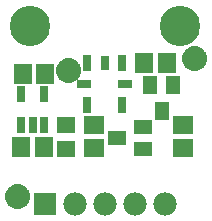
<source format=gbr>
G04 EAGLE Gerber RS-274X export*
G75*
%MOMM*%
%FSLAX34Y34*%
%LPD*%
%INSoldermask Top*%
%IPPOS*%
%AMOC8*
5,1,8,0,0,1.08239X$1,22.5*%
G01*
%ADD10R,1.503200X1.703200*%
%ADD11C,3.419200*%
%ADD12R,0.753200X1.403200*%
%ADD13R,1.203200X1.603200*%
%ADD14R,1.603200X1.203200*%
%ADD15R,1.503200X1.403200*%
%ADD16R,1.703200X1.503200*%
%ADD17R,0.703200X1.403200*%
%ADD18R,1.303200X0.803200*%
%ADD19R,0.803200X1.303200*%
%ADD20R,1.981200X1.981200*%
%ADD21C,1.981200*%

G36*
X166892Y126680D02*
X166892Y126680D01*
X166935Y126692D01*
X167001Y126699D01*
X168684Y127150D01*
X168725Y127169D01*
X168788Y127188D01*
X170368Y127925D01*
X170405Y127951D01*
X170464Y127980D01*
X171892Y128980D01*
X171923Y129012D01*
X171976Y129051D01*
X173209Y130284D01*
X173234Y130320D01*
X173280Y130368D01*
X174280Y131796D01*
X174298Y131837D01*
X174335Y131892D01*
X175072Y133472D01*
X175083Y133515D01*
X175110Y133576D01*
X175561Y135259D01*
X175563Y135291D01*
X175570Y135312D01*
X175570Y135327D01*
X175580Y135368D01*
X175732Y137105D01*
X175728Y137149D01*
X175732Y137215D01*
X175580Y138952D01*
X175568Y138995D01*
X175561Y139061D01*
X175110Y140744D01*
X175091Y140785D01*
X175072Y140848D01*
X174335Y142428D01*
X174309Y142465D01*
X174280Y142524D01*
X173280Y143952D01*
X173248Y143983D01*
X173209Y144036D01*
X171976Y145269D01*
X171940Y145294D01*
X171892Y145340D01*
X170464Y146340D01*
X170423Y146358D01*
X170368Y146395D01*
X168788Y147132D01*
X168745Y147143D01*
X168684Y147170D01*
X167001Y147621D01*
X166956Y147624D01*
X166892Y147640D01*
X165155Y147792D01*
X165111Y147788D01*
X165045Y147792D01*
X163308Y147640D01*
X163265Y147628D01*
X163199Y147621D01*
X161516Y147170D01*
X161475Y147151D01*
X161412Y147132D01*
X159832Y146395D01*
X159795Y146369D01*
X159736Y146340D01*
X158308Y145340D01*
X158277Y145308D01*
X158224Y145269D01*
X156991Y144036D01*
X156966Y144000D01*
X156920Y143952D01*
X155920Y142524D01*
X155902Y142483D01*
X155865Y142428D01*
X155128Y140848D01*
X155117Y140805D01*
X155090Y140744D01*
X154639Y139061D01*
X154636Y139016D01*
X154620Y138952D01*
X154468Y137215D01*
X154472Y137171D01*
X154468Y137105D01*
X154620Y135368D01*
X154632Y135325D01*
X154636Y135291D01*
X154636Y135275D01*
X154638Y135270D01*
X154639Y135259D01*
X155090Y133576D01*
X155109Y133535D01*
X155128Y133472D01*
X155865Y131892D01*
X155891Y131855D01*
X155920Y131796D01*
X156920Y130368D01*
X156952Y130337D01*
X156991Y130284D01*
X158224Y129051D01*
X158260Y129026D01*
X158308Y128980D01*
X159736Y127980D01*
X159777Y127962D01*
X159832Y127925D01*
X161412Y127188D01*
X161455Y127177D01*
X161516Y127150D01*
X163199Y126699D01*
X163244Y126696D01*
X163308Y126680D01*
X165045Y126528D01*
X165089Y126532D01*
X165155Y126528D01*
X166892Y126680D01*
G37*
G36*
X60212Y116520D02*
X60212Y116520D01*
X60255Y116532D01*
X60321Y116539D01*
X62004Y116990D01*
X62045Y117009D01*
X62108Y117028D01*
X63688Y117765D01*
X63725Y117791D01*
X63784Y117820D01*
X65212Y118820D01*
X65243Y118852D01*
X65296Y118891D01*
X66529Y120124D01*
X66554Y120160D01*
X66600Y120208D01*
X67600Y121636D01*
X67618Y121677D01*
X67655Y121732D01*
X68392Y123312D01*
X68403Y123355D01*
X68430Y123416D01*
X68881Y125099D01*
X68883Y125131D01*
X68890Y125152D01*
X68890Y125167D01*
X68900Y125208D01*
X69052Y126945D01*
X69048Y126989D01*
X69052Y127055D01*
X68900Y128792D01*
X68888Y128835D01*
X68881Y128901D01*
X68430Y130584D01*
X68411Y130625D01*
X68392Y130688D01*
X67655Y132268D01*
X67629Y132305D01*
X67600Y132364D01*
X66600Y133792D01*
X66568Y133823D01*
X66529Y133876D01*
X65296Y135109D01*
X65260Y135134D01*
X65212Y135180D01*
X63784Y136180D01*
X63743Y136198D01*
X63688Y136235D01*
X62108Y136972D01*
X62065Y136983D01*
X62004Y137010D01*
X60321Y137461D01*
X60276Y137464D01*
X60212Y137480D01*
X58475Y137632D01*
X58431Y137628D01*
X58365Y137632D01*
X56628Y137480D01*
X56585Y137468D01*
X56519Y137461D01*
X54836Y137010D01*
X54795Y136991D01*
X54732Y136972D01*
X53152Y136235D01*
X53115Y136209D01*
X53056Y136180D01*
X51628Y135180D01*
X51597Y135148D01*
X51544Y135109D01*
X50311Y133876D01*
X50286Y133840D01*
X50240Y133792D01*
X49240Y132364D01*
X49222Y132323D01*
X49185Y132268D01*
X48448Y130688D01*
X48437Y130645D01*
X48410Y130584D01*
X47959Y128901D01*
X47956Y128856D01*
X47940Y128792D01*
X47788Y127055D01*
X47792Y127011D01*
X47788Y126945D01*
X47940Y125208D01*
X47952Y125165D01*
X47956Y125131D01*
X47956Y125115D01*
X47958Y125110D01*
X47959Y125099D01*
X48410Y123416D01*
X48429Y123375D01*
X48448Y123312D01*
X49185Y121732D01*
X49211Y121695D01*
X49240Y121636D01*
X50240Y120208D01*
X50272Y120177D01*
X50311Y120124D01*
X51544Y118891D01*
X51580Y118866D01*
X51628Y118820D01*
X53056Y117820D01*
X53097Y117802D01*
X53152Y117765D01*
X54732Y117028D01*
X54775Y117017D01*
X54836Y116990D01*
X56519Y116539D01*
X56564Y116536D01*
X56628Y116520D01*
X58365Y116368D01*
X58409Y116372D01*
X58475Y116368D01*
X60212Y116520D01*
G37*
G36*
X17032Y9840D02*
X17032Y9840D01*
X17075Y9852D01*
X17141Y9859D01*
X18824Y10310D01*
X18865Y10329D01*
X18928Y10348D01*
X20508Y11085D01*
X20545Y11111D01*
X20604Y11140D01*
X22032Y12140D01*
X22063Y12172D01*
X22116Y12211D01*
X23349Y13444D01*
X23374Y13480D01*
X23420Y13528D01*
X24420Y14956D01*
X24438Y14997D01*
X24475Y15052D01*
X25212Y16632D01*
X25223Y16675D01*
X25250Y16736D01*
X25701Y18419D01*
X25703Y18451D01*
X25710Y18472D01*
X25710Y18487D01*
X25720Y18528D01*
X25872Y20265D01*
X25868Y20309D01*
X25872Y20375D01*
X25720Y22112D01*
X25708Y22155D01*
X25701Y22221D01*
X25250Y23904D01*
X25231Y23945D01*
X25212Y24008D01*
X24475Y25588D01*
X24449Y25625D01*
X24420Y25684D01*
X23420Y27112D01*
X23388Y27143D01*
X23349Y27196D01*
X22116Y28429D01*
X22080Y28454D01*
X22032Y28500D01*
X20604Y29500D01*
X20563Y29518D01*
X20508Y29555D01*
X18928Y30292D01*
X18885Y30303D01*
X18824Y30330D01*
X17141Y30781D01*
X17096Y30784D01*
X17032Y30800D01*
X15295Y30952D01*
X15251Y30948D01*
X15185Y30952D01*
X13448Y30800D01*
X13405Y30788D01*
X13339Y30781D01*
X11656Y30330D01*
X11615Y30311D01*
X11552Y30292D01*
X9972Y29555D01*
X9935Y29529D01*
X9876Y29500D01*
X8448Y28500D01*
X8417Y28468D01*
X8364Y28429D01*
X7131Y27196D01*
X7106Y27160D01*
X7060Y27112D01*
X6060Y25684D01*
X6042Y25643D01*
X6005Y25588D01*
X5268Y24008D01*
X5257Y23965D01*
X5230Y23904D01*
X4779Y22221D01*
X4776Y22176D01*
X4760Y22112D01*
X4608Y20375D01*
X4612Y20331D01*
X4608Y20265D01*
X4760Y18528D01*
X4772Y18485D01*
X4776Y18451D01*
X4776Y18435D01*
X4778Y18430D01*
X4779Y18419D01*
X5230Y16736D01*
X5249Y16695D01*
X5268Y16632D01*
X6005Y15052D01*
X6031Y15015D01*
X6060Y14956D01*
X7060Y13528D01*
X7092Y13497D01*
X7131Y13444D01*
X8364Y12211D01*
X8400Y12186D01*
X8448Y12140D01*
X9876Y11140D01*
X9917Y11122D01*
X9972Y11085D01*
X11552Y10348D01*
X11595Y10337D01*
X11656Y10310D01*
X13339Y9859D01*
X13384Y9856D01*
X13448Y9840D01*
X15185Y9688D01*
X15229Y9692D01*
X15295Y9688D01*
X17032Y9840D01*
G37*
D10*
X19710Y124460D03*
X38710Y124460D03*
D11*
X25400Y165100D03*
X152400Y165100D03*
D10*
X37440Y62230D03*
X18440Y62230D03*
D12*
X18440Y80979D03*
X27940Y80979D03*
X37440Y80979D03*
X37440Y106981D03*
X18440Y106981D03*
D13*
X137160Y93140D03*
X127660Y115140D03*
X146660Y115140D03*
D14*
X99490Y69850D03*
X121490Y79350D03*
X121490Y60350D03*
D15*
X55880Y60960D03*
X55880Y81280D03*
D16*
X80010Y61620D03*
X80010Y80620D03*
D10*
X141580Y133350D03*
X122580Y133350D03*
D16*
X154940Y80620D03*
X154940Y61620D03*
D17*
X74400Y133570D03*
D18*
X71400Y115570D03*
D17*
X74400Y97570D03*
X103400Y97570D03*
D18*
X106400Y115570D03*
D17*
X103400Y133570D03*
D19*
X88900Y133570D03*
D20*
X38100Y13970D03*
D21*
X63500Y13970D03*
X88900Y13970D03*
X114300Y13970D03*
X139700Y13970D03*
M02*

</source>
